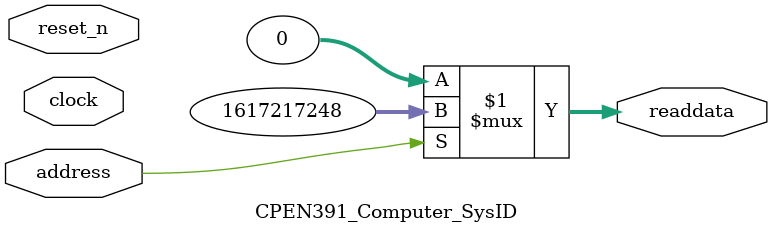
<source format=v>

`timescale 1ns / 1ps
// synthesis translate_on

// turn off superfluous verilog processor warnings 
// altera message_level Level1 
// altera message_off 10034 10035 10036 10037 10230 10240 10030 

module CPEN391_Computer_SysID (
               // inputs:
                address,
                clock,
                reset_n,

               // outputs:
                readdata
             )
;

  output  [ 31: 0] readdata;
  input            address;
  input            clock;
  input            reset_n;

  wire    [ 31: 0] readdata;
  //control_slave, which is an e_avalon_slave
  assign readdata = address ? 1617217248 : 0;

endmodule




</source>
